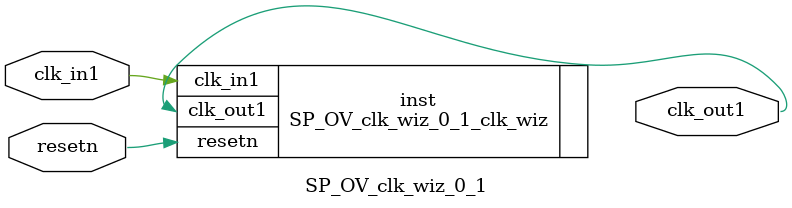
<source format=v>


`timescale 1ps/1ps

(* CORE_GENERATION_INFO = "SP_OV_clk_wiz_0_1,clk_wiz_v6_0_3_0_0,{component_name=SP_OV_clk_wiz_0_1,use_phase_alignment=true,use_min_o_jitter=false,use_max_i_jitter=false,use_dyn_phase_shift=false,use_inclk_switchover=false,use_dyn_reconfig=false,enable_axi=0,feedback_source=FDBK_AUTO,PRIMITIVE=MMCM,num_out_clk=1,clkin1_period=10.000,clkin2_period=10.000,use_power_down=false,use_reset=true,use_locked=false,use_inclk_stopped=false,feedback_type=SINGLE,CLOCK_MGR_TYPE=NA,manual_override=false}" *)

module SP_OV_clk_wiz_0_1 
 (
  // Clock out ports
  output        clk_out1,
  // Status and control signals
  input         resetn,
 // Clock in ports
  input         clk_in1
 );

  SP_OV_clk_wiz_0_1_clk_wiz inst
  (
  // Clock out ports  
  .clk_out1(clk_out1),
  // Status and control signals               
  .resetn(resetn), 
 // Clock in ports
  .clk_in1(clk_in1)
  );

endmodule

</source>
